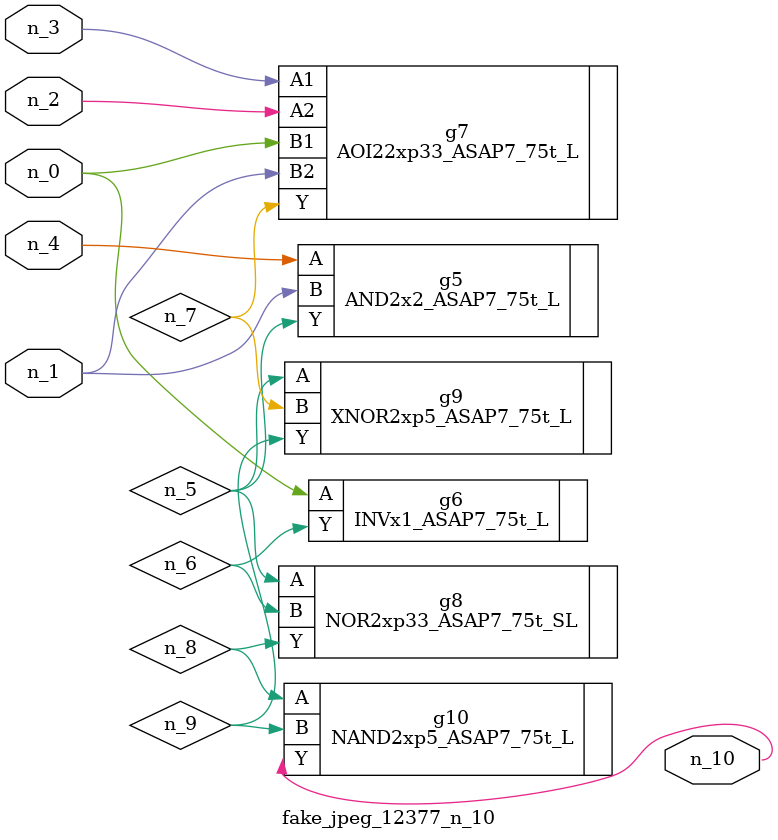
<source format=v>
module fake_jpeg_12377_n_10 (n_3, n_2, n_1, n_0, n_4, n_10);

input n_3;
input n_2;
input n_1;
input n_0;
input n_4;

output n_10;

wire n_8;
wire n_9;
wire n_6;
wire n_5;
wire n_7;

AND2x2_ASAP7_75t_L g5 ( 
.A(n_4),
.B(n_1),
.Y(n_5)
);

INVx1_ASAP7_75t_L g6 ( 
.A(n_0),
.Y(n_6)
);

AOI22xp33_ASAP7_75t_L g7 ( 
.A1(n_3),
.A2(n_2),
.B1(n_0),
.B2(n_1),
.Y(n_7)
);

NOR2xp33_ASAP7_75t_SL g8 ( 
.A(n_5),
.B(n_6),
.Y(n_8)
);

NAND2xp5_ASAP7_75t_L g10 ( 
.A(n_8),
.B(n_9),
.Y(n_10)
);

XNOR2xp5_ASAP7_75t_L g9 ( 
.A(n_5),
.B(n_7),
.Y(n_9)
);


endmodule
</source>
